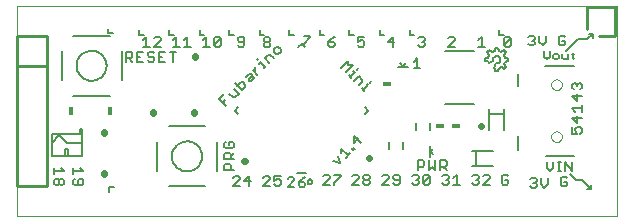
<source format=gto>
G75*
G70*
%OFA0B0*%
%FSLAX24Y24*%
%IPPOS*%
%LPD*%
%AMOC8*
5,1,8,0,0,1.08239X$1,22.5*
%
%ADD10C,0.0000*%
%ADD11C,0.0100*%
%ADD12C,0.0070*%
%ADD13C,0.0060*%
%ADD14C,0.0080*%
%ADD15C,0.0220*%
%ADD16R,0.0300X0.0180*%
%ADD17R,0.0180X0.0300*%
%ADD18C,0.0050*%
D10*
X001050Y000150D02*
X001050Y007150D01*
X021050Y007150D01*
X021050Y000150D01*
X001050Y000150D01*
X018873Y002784D02*
X018875Y002810D01*
X018881Y002836D01*
X018891Y002861D01*
X018904Y002884D01*
X018920Y002904D01*
X018940Y002922D01*
X018962Y002937D01*
X018985Y002949D01*
X019011Y002957D01*
X019037Y002961D01*
X019063Y002961D01*
X019089Y002957D01*
X019115Y002949D01*
X019139Y002937D01*
X019160Y002922D01*
X019180Y002904D01*
X019196Y002884D01*
X019209Y002861D01*
X019219Y002836D01*
X019225Y002810D01*
X019227Y002784D01*
X019225Y002758D01*
X019219Y002732D01*
X019209Y002707D01*
X019196Y002684D01*
X019180Y002664D01*
X019160Y002646D01*
X019138Y002631D01*
X019115Y002619D01*
X019089Y002611D01*
X019063Y002607D01*
X019037Y002607D01*
X019011Y002611D01*
X018985Y002619D01*
X018961Y002631D01*
X018940Y002646D01*
X018920Y002664D01*
X018904Y002684D01*
X018891Y002707D01*
X018881Y002732D01*
X018875Y002758D01*
X018873Y002784D01*
X018873Y004516D02*
X018875Y004542D01*
X018881Y004568D01*
X018891Y004593D01*
X018904Y004616D01*
X018920Y004636D01*
X018940Y004654D01*
X018962Y004669D01*
X018985Y004681D01*
X019011Y004689D01*
X019037Y004693D01*
X019063Y004693D01*
X019089Y004689D01*
X019115Y004681D01*
X019139Y004669D01*
X019160Y004654D01*
X019180Y004636D01*
X019196Y004616D01*
X019209Y004593D01*
X019219Y004568D01*
X019225Y004542D01*
X019227Y004516D01*
X019225Y004490D01*
X019219Y004464D01*
X019209Y004439D01*
X019196Y004416D01*
X019180Y004396D01*
X019160Y004378D01*
X019138Y004363D01*
X019115Y004351D01*
X019089Y004343D01*
X019063Y004339D01*
X019037Y004339D01*
X019011Y004343D01*
X018985Y004351D01*
X018961Y004363D01*
X018940Y004378D01*
X018920Y004396D01*
X018904Y004416D01*
X018891Y004439D01*
X018881Y004464D01*
X018875Y004490D01*
X018873Y004516D01*
D11*
X020470Y006150D02*
X021010Y006150D01*
X021010Y007110D01*
X020070Y007110D01*
X020070Y006390D01*
X002050Y006150D02*
X002050Y005150D01*
X001050Y005150D01*
X001050Y006150D01*
X002050Y006150D01*
X002050Y005150D02*
X002050Y001150D01*
X001050Y001150D01*
X001050Y005150D01*
D12*
X004109Y006226D02*
X004109Y006382D01*
X004109Y006226D02*
X004265Y006226D01*
X005129Y006186D02*
X005129Y006342D01*
X005129Y006186D02*
X005285Y006186D01*
X005375Y006115D02*
X005375Y005785D01*
X005265Y005785D02*
X005485Y005785D01*
X005633Y005785D02*
X005854Y006005D01*
X005854Y006060D01*
X005798Y006115D01*
X005688Y006115D01*
X005633Y006060D01*
X005375Y006115D02*
X005265Y006005D01*
X005633Y005785D02*
X005854Y005785D01*
X006265Y005785D02*
X006485Y005785D01*
X006375Y005785D02*
X006375Y006115D01*
X006265Y006005D01*
X006285Y006186D02*
X006129Y006186D01*
X006129Y006342D01*
X006633Y006005D02*
X006743Y006115D01*
X006743Y005785D01*
X006633Y005785D02*
X006854Y005785D01*
X007265Y005785D02*
X007485Y005785D01*
X007375Y005785D02*
X007375Y006115D01*
X007265Y006005D01*
X007305Y006186D02*
X007149Y006186D01*
X007149Y006342D01*
X007633Y006060D02*
X007688Y006115D01*
X007798Y006115D01*
X007854Y006060D01*
X007633Y005840D01*
X007688Y005785D01*
X007798Y005785D01*
X007854Y005840D01*
X007854Y006060D01*
X007633Y006060D02*
X007633Y005840D01*
X008425Y005840D02*
X008480Y005785D01*
X008590Y005785D01*
X008645Y005840D01*
X008645Y006060D01*
X008590Y006115D01*
X008480Y006115D01*
X008425Y006060D01*
X008425Y006005D01*
X008480Y005950D01*
X008645Y005950D01*
X008285Y006186D02*
X008129Y006186D01*
X008129Y006342D01*
X009149Y006342D02*
X009149Y006186D01*
X009305Y006186D01*
X009340Y006095D02*
X009450Y006095D01*
X009505Y006040D01*
X009505Y005985D01*
X009450Y005930D01*
X009340Y005930D01*
X009285Y005985D01*
X009285Y006040D01*
X009340Y006095D01*
X009340Y005930D02*
X009285Y005875D01*
X009285Y005820D01*
X009340Y005765D01*
X009450Y005765D01*
X009505Y005820D01*
X009505Y005875D01*
X009450Y005930D01*
X009615Y005693D02*
X009693Y005771D01*
X009771Y005771D01*
X009849Y005693D01*
X009849Y005615D01*
X009771Y005537D01*
X009693Y005537D01*
X009615Y005615D01*
X009615Y005693D01*
X009511Y005510D02*
X009627Y005393D01*
X009511Y005510D02*
X009433Y005510D01*
X009316Y005393D01*
X009472Y005238D01*
X009376Y005142D02*
X009298Y005064D01*
X009337Y005103D02*
X009181Y005259D01*
X009142Y005220D01*
X009042Y005120D02*
X009003Y005081D01*
X009003Y004925D01*
X009081Y004847D02*
X008925Y005003D01*
X008860Y004859D02*
X008976Y004742D01*
X008860Y004626D01*
X008782Y004626D01*
X008782Y004703D01*
X008898Y004820D01*
X008860Y004859D02*
X008782Y004859D01*
X008704Y004781D01*
X008599Y004599D02*
X008521Y004599D01*
X008404Y004482D01*
X008327Y004560D02*
X008560Y004326D01*
X008677Y004443D01*
X008677Y004521D01*
X008599Y004599D01*
X008300Y004377D02*
X008455Y004221D01*
X008339Y004105D01*
X008261Y004105D01*
X008144Y004221D01*
X007961Y004195D02*
X007806Y004039D01*
X008039Y003805D01*
X007923Y003922D02*
X008000Y004000D01*
X006268Y005285D02*
X006268Y005615D01*
X006158Y005615D02*
X006378Y005615D01*
X006010Y005615D02*
X005790Y005615D01*
X005790Y005285D01*
X006010Y005285D01*
X005900Y005450D02*
X005790Y005450D01*
X005642Y005395D02*
X005642Y005340D01*
X005587Y005285D01*
X005477Y005285D01*
X005422Y005340D01*
X005477Y005450D02*
X005587Y005450D01*
X005642Y005395D01*
X005477Y005450D02*
X005422Y005505D01*
X005422Y005560D01*
X005477Y005615D01*
X005587Y005615D01*
X005642Y005560D01*
X005274Y005615D02*
X005053Y005615D01*
X005053Y005285D01*
X005274Y005285D01*
X004905Y005285D02*
X004795Y005395D01*
X004850Y005395D02*
X004685Y005395D01*
X004685Y005285D02*
X004685Y005615D01*
X004850Y005615D01*
X004905Y005560D01*
X004905Y005450D01*
X004850Y005395D01*
X005053Y005450D02*
X005163Y005450D01*
X009065Y005376D02*
X009103Y005337D01*
X010625Y005825D02*
X010625Y005880D01*
X010845Y006100D01*
X010845Y006155D01*
X010625Y006155D01*
X010285Y006186D02*
X010129Y006186D01*
X010129Y006342D01*
X011149Y006342D02*
X011149Y006186D01*
X011305Y006186D01*
X011445Y005950D02*
X011555Y006060D01*
X011665Y006115D01*
X011610Y005950D02*
X011445Y005950D01*
X011445Y005840D01*
X011500Y005785D01*
X011610Y005785D01*
X011665Y005840D01*
X011665Y005895D01*
X011610Y005950D01*
X012129Y006186D02*
X012129Y006342D01*
X012129Y006186D02*
X012285Y006186D01*
X012425Y006115D02*
X012425Y005950D01*
X012535Y006005D01*
X012590Y006005D01*
X012645Y005950D01*
X012645Y005840D01*
X012590Y005785D01*
X012480Y005785D01*
X012425Y005840D01*
X012425Y006115D02*
X012645Y006115D01*
X013149Y006186D02*
X013149Y006342D01*
X013149Y006186D02*
X013305Y006186D01*
X013425Y005950D02*
X013590Y006115D01*
X013590Y005785D01*
X013645Y005950D02*
X013425Y005950D01*
X014149Y006186D02*
X014149Y006342D01*
X014149Y006186D02*
X014305Y006186D01*
X014445Y006060D02*
X014500Y006115D01*
X014610Y006115D01*
X014665Y006060D01*
X014665Y006005D01*
X014610Y005950D01*
X014665Y005895D01*
X014665Y005840D01*
X014610Y005785D01*
X014500Y005785D01*
X014445Y005840D01*
X014555Y005950D02*
X014610Y005950D01*
X015445Y006060D02*
X015500Y006115D01*
X015610Y006115D01*
X015665Y006060D01*
X015665Y006005D01*
X015445Y005785D01*
X015665Y005785D01*
X016445Y005785D02*
X016665Y005785D01*
X016555Y005785D02*
X016555Y006115D01*
X016445Y006005D01*
X017129Y006186D02*
X017129Y006342D01*
X017129Y006186D02*
X017285Y006186D01*
X017360Y006115D02*
X017470Y006115D01*
X017525Y006060D01*
X017305Y005840D01*
X017360Y005785D01*
X017470Y005785D01*
X017525Y005840D01*
X017525Y006060D01*
X017360Y006115D02*
X017305Y006060D01*
X017305Y005840D01*
X018105Y005880D02*
X018160Y005825D01*
X018270Y005825D01*
X018325Y005880D01*
X018325Y005935D01*
X018270Y005990D01*
X018215Y005990D01*
X018270Y005990D02*
X018325Y006045D01*
X018325Y006100D01*
X018270Y006155D01*
X018160Y006155D01*
X018105Y006100D01*
X018473Y006155D02*
X018473Y005935D01*
X018583Y005825D01*
X018694Y005935D01*
X018694Y006155D01*
X019125Y006100D02*
X019125Y005880D01*
X019180Y005825D01*
X019290Y005825D01*
X019345Y005880D01*
X019345Y005990D01*
X019235Y005990D01*
X019125Y006100D02*
X019180Y006155D01*
X019290Y006155D01*
X019345Y006100D01*
X019620Y004578D02*
X019675Y004578D01*
X019730Y004523D01*
X019785Y004578D01*
X019840Y004578D01*
X019895Y004523D01*
X019895Y004413D01*
X019840Y004358D01*
X019620Y004358D02*
X019565Y004413D01*
X019565Y004523D01*
X019620Y004578D01*
X019730Y004523D02*
X019730Y004468D01*
X019730Y004210D02*
X019730Y003990D01*
X019565Y004155D01*
X019895Y004155D01*
X019895Y003842D02*
X019895Y003622D01*
X019675Y003622D02*
X019565Y003732D01*
X019895Y003732D01*
X019730Y003474D02*
X019730Y003253D01*
X019565Y003418D01*
X019895Y003418D01*
X019840Y003105D02*
X019895Y003050D01*
X019895Y002940D01*
X019840Y002885D01*
X019730Y002885D02*
X019675Y002995D01*
X019675Y003050D01*
X019730Y003105D01*
X019840Y003105D01*
X019565Y003105D02*
X019565Y002885D01*
X019730Y002885D01*
X019559Y001955D02*
X019559Y001625D01*
X019339Y001955D01*
X019339Y001625D01*
X019203Y001625D02*
X019093Y001625D01*
X019148Y001625D02*
X019148Y001955D01*
X019093Y001955D02*
X019203Y001955D01*
X018945Y001955D02*
X018945Y001735D01*
X018835Y001625D01*
X018725Y001735D01*
X018725Y001955D01*
X017445Y001460D02*
X017390Y001515D01*
X017280Y001515D01*
X017225Y001460D01*
X017225Y001240D01*
X017280Y001185D01*
X017390Y001185D01*
X017445Y001240D01*
X017445Y001350D01*
X017335Y001350D01*
X016834Y001405D02*
X016834Y001460D01*
X016778Y001515D01*
X016668Y001515D01*
X016613Y001460D01*
X016465Y001460D02*
X016465Y001405D01*
X016410Y001350D01*
X016465Y001295D01*
X016465Y001240D01*
X016410Y001185D01*
X016300Y001185D01*
X016245Y001240D01*
X016355Y001350D02*
X016410Y001350D01*
X016465Y001460D02*
X016410Y001515D01*
X016300Y001515D01*
X016245Y001460D01*
X015723Y001515D02*
X015723Y001185D01*
X015613Y001185D02*
X015834Y001185D01*
X015465Y001240D02*
X015410Y001185D01*
X015300Y001185D01*
X015245Y001240D01*
X015410Y001350D02*
X015465Y001295D01*
X015465Y001240D01*
X015410Y001350D02*
X015355Y001350D01*
X015410Y001350D02*
X015465Y001405D01*
X015465Y001460D01*
X015410Y001515D01*
X015300Y001515D01*
X015245Y001460D01*
X015162Y001665D02*
X015162Y001995D01*
X015327Y001995D01*
X015382Y001940D01*
X015382Y001830D01*
X015327Y001775D01*
X015162Y001775D01*
X015272Y001775D02*
X015382Y001665D01*
X015613Y001405D02*
X015723Y001515D01*
X015014Y001665D02*
X014903Y001775D01*
X014793Y001665D01*
X014793Y001995D01*
X014645Y001940D02*
X014645Y001830D01*
X014590Y001775D01*
X014425Y001775D01*
X014425Y001665D02*
X014425Y001995D01*
X014590Y001995D01*
X014645Y001940D01*
X015014Y001995D02*
X015014Y001665D01*
X014834Y001460D02*
X014613Y001240D01*
X014668Y001185D01*
X014778Y001185D01*
X014834Y001240D01*
X014834Y001460D01*
X014778Y001515D01*
X014668Y001515D01*
X014613Y001460D01*
X014613Y001240D01*
X014465Y001240D02*
X014410Y001185D01*
X014300Y001185D01*
X014245Y001240D01*
X014410Y001350D02*
X014465Y001295D01*
X014465Y001240D01*
X014410Y001350D02*
X014355Y001350D01*
X014410Y001350D02*
X014465Y001405D01*
X014465Y001460D01*
X014410Y001515D01*
X014300Y001515D01*
X014245Y001460D01*
X013834Y001460D02*
X013778Y001515D01*
X013668Y001515D01*
X013613Y001460D01*
X013613Y001405D01*
X013668Y001350D01*
X013834Y001350D01*
X013834Y001240D02*
X013778Y001185D01*
X013668Y001185D01*
X013613Y001240D01*
X013465Y001185D02*
X013245Y001185D01*
X013465Y001405D01*
X013465Y001460D01*
X013410Y001515D01*
X013300Y001515D01*
X013245Y001460D01*
X012834Y001460D02*
X012834Y001405D01*
X012778Y001350D01*
X012668Y001350D01*
X012613Y001405D01*
X012613Y001460D01*
X012668Y001515D01*
X012778Y001515D01*
X012834Y001460D01*
X012778Y001350D02*
X012834Y001295D01*
X012834Y001240D01*
X012778Y001185D01*
X012668Y001185D01*
X012613Y001240D01*
X012613Y001295D01*
X012668Y001350D01*
X012465Y001405D02*
X012465Y001460D01*
X012410Y001515D01*
X012300Y001515D01*
X012245Y001460D01*
X012465Y001405D02*
X012245Y001185D01*
X012465Y001185D01*
X011854Y001460D02*
X011633Y001240D01*
X011633Y001185D01*
X011485Y001185D02*
X011265Y001185D01*
X011485Y001405D01*
X011485Y001460D01*
X011430Y001515D01*
X011320Y001515D01*
X011265Y001460D01*
X011633Y001515D02*
X011854Y001515D01*
X011854Y001460D01*
X011836Y001897D02*
X011758Y002131D01*
X011863Y002236D02*
X011863Y002391D01*
X012097Y002158D01*
X012174Y002236D02*
X012019Y002080D01*
X011836Y001897D02*
X011603Y001975D01*
X012240Y002379D02*
X012279Y002418D01*
X012318Y002379D01*
X012279Y002340D01*
X012240Y002379D01*
X012293Y002587D02*
X012448Y002743D01*
X012293Y002821D02*
X012293Y002587D01*
X012526Y002587D02*
X012293Y002821D01*
X013834Y001460D02*
X013834Y001240D01*
X016613Y001185D02*
X016834Y001405D01*
X016834Y001185D02*
X016613Y001185D01*
X018165Y001140D02*
X018220Y001085D01*
X018330Y001085D01*
X018385Y001140D01*
X018385Y001195D01*
X018330Y001250D01*
X018275Y001250D01*
X018330Y001250D02*
X018385Y001305D01*
X018385Y001360D01*
X018330Y001415D01*
X018220Y001415D01*
X018165Y001360D01*
X018533Y001415D02*
X018533Y001195D01*
X018643Y001085D01*
X018754Y001195D01*
X018754Y001415D01*
X019185Y001400D02*
X019185Y001180D01*
X019240Y001125D01*
X019350Y001125D01*
X019405Y001180D01*
X019405Y001290D01*
X019295Y001290D01*
X019185Y001400D02*
X019240Y001455D01*
X019350Y001455D01*
X019405Y001400D01*
X012753Y004509D02*
X012598Y004353D01*
X012559Y004392D02*
X012637Y004314D01*
X012753Y004509D02*
X012715Y004548D01*
X012831Y004587D02*
X012870Y004626D01*
X012571Y004614D02*
X012571Y004691D01*
X012454Y004808D01*
X012298Y004653D01*
X012454Y004497D02*
X012571Y004614D01*
X012203Y004748D02*
X012125Y004826D01*
X012164Y004787D02*
X012319Y004943D01*
X012280Y004982D01*
X012397Y005021D02*
X012436Y005060D01*
X012254Y005164D02*
X012020Y004931D01*
X011864Y005087D02*
X012098Y005320D01*
X012098Y005164D01*
X012254Y005164D01*
X014285Y005065D02*
X014505Y005065D01*
X014395Y005065D02*
X014395Y005395D01*
X014285Y005285D01*
X008295Y002567D02*
X008240Y002622D01*
X008130Y002622D01*
X008130Y002512D01*
X008020Y002622D02*
X007965Y002567D01*
X007965Y002457D01*
X008020Y002402D01*
X008240Y002402D01*
X008295Y002457D01*
X008295Y002567D01*
X008295Y002254D02*
X008185Y002143D01*
X008185Y002198D02*
X008185Y002033D01*
X008295Y002033D02*
X007965Y002033D01*
X007965Y002198D01*
X008020Y002254D01*
X008130Y002254D01*
X008185Y002198D01*
X008130Y001885D02*
X008020Y001885D01*
X007965Y001830D01*
X007965Y001665D01*
X008295Y001665D01*
X008185Y001665D02*
X008185Y001830D01*
X008130Y001885D01*
X008320Y001475D02*
X008265Y001420D01*
X008320Y001475D02*
X008430Y001475D01*
X008485Y001420D01*
X008485Y001365D01*
X008265Y001145D01*
X008485Y001145D01*
X008798Y001145D02*
X008798Y001475D01*
X008633Y001310D01*
X008854Y001310D01*
X009265Y001420D02*
X009320Y001475D01*
X009430Y001475D01*
X009485Y001420D01*
X009485Y001365D01*
X009265Y001145D01*
X009485Y001145D01*
X009633Y001200D02*
X009688Y001145D01*
X009798Y001145D01*
X009854Y001200D01*
X009854Y001310D01*
X009798Y001365D01*
X009743Y001365D01*
X009633Y001310D01*
X009633Y001475D01*
X009854Y001475D01*
X010085Y001380D02*
X010140Y001435D01*
X010250Y001435D01*
X010305Y001380D01*
X010305Y001325D01*
X010085Y001105D01*
X010305Y001105D01*
X010453Y001160D02*
X010508Y001105D01*
X010618Y001105D01*
X010674Y001160D01*
X010674Y001215D01*
X010618Y001270D01*
X010453Y001270D01*
X010453Y001160D01*
X010453Y001270D02*
X010563Y001380D01*
X010674Y001435D01*
X004302Y001111D02*
X004146Y001111D01*
X004146Y000955D01*
X003275Y001222D02*
X003220Y001166D01*
X003000Y001166D01*
X002945Y001222D01*
X002945Y001332D01*
X003000Y001387D01*
X003110Y001332D02*
X003110Y001166D01*
X003275Y001222D02*
X003275Y001332D01*
X003220Y001387D01*
X003165Y001387D01*
X003110Y001332D01*
X002635Y001332D02*
X002635Y001222D01*
X002580Y001166D01*
X002525Y001166D01*
X002470Y001222D01*
X002470Y001332D01*
X002525Y001387D01*
X002580Y001387D01*
X002635Y001332D01*
X002470Y001332D02*
X002415Y001387D01*
X002360Y001387D01*
X002305Y001332D01*
X002305Y001222D01*
X002360Y001166D01*
X002415Y001166D01*
X002470Y001222D01*
X002305Y001535D02*
X002305Y001755D01*
X002525Y001755D02*
X002635Y001645D01*
X002305Y001645D01*
X002945Y001645D02*
X003275Y001645D01*
X003165Y001755D01*
X002945Y001755D02*
X002945Y001535D01*
D13*
X013454Y002372D02*
X013454Y002608D01*
X013926Y002608D02*
X013926Y002372D01*
X014354Y003012D02*
X014354Y003248D01*
X014826Y003248D02*
X014826Y003012D01*
X018640Y005450D02*
X018730Y005360D01*
X018820Y005450D01*
X018820Y005630D01*
X018640Y005630D02*
X018640Y005450D01*
X018944Y005405D02*
X018989Y005360D01*
X019079Y005360D01*
X019124Y005405D01*
X019124Y005495D01*
X019079Y005540D01*
X018989Y005540D01*
X018944Y005495D01*
X018944Y005405D01*
X019248Y005405D02*
X019248Y005540D01*
X019248Y005405D02*
X019293Y005360D01*
X019428Y005360D01*
X019428Y005540D01*
X019552Y005540D02*
X019642Y005540D01*
X019597Y005585D02*
X019597Y005405D01*
X019642Y005360D01*
D14*
X019370Y005650D02*
X019750Y006030D01*
X020070Y006030D01*
X020250Y006210D01*
X020250Y006090D01*
X020250Y006210D02*
X020130Y006210D01*
X017448Y005409D02*
X017448Y005310D01*
X017342Y005289D01*
X017307Y005197D01*
X017363Y005112D01*
X017300Y005048D01*
X017215Y005105D01*
X017123Y005069D01*
X017102Y004963D01*
X017010Y004970D01*
X016995Y005069D01*
X016953Y005084D01*
X017024Y005239D01*
X016939Y005324D02*
X016783Y005253D01*
X016769Y005296D01*
X016670Y005310D01*
X016663Y005402D01*
X016769Y005423D01*
X016805Y005515D01*
X016748Y005600D01*
X016812Y005663D01*
X016904Y005600D01*
X016988Y005642D01*
X017010Y005748D01*
X017109Y005748D01*
X017123Y005635D01*
X017208Y005607D01*
X017307Y005663D01*
X017370Y005600D01*
X017307Y005508D01*
X017335Y005423D01*
X017448Y005409D01*
X017024Y005239D02*
X017045Y005236D01*
X017066Y005235D01*
X017087Y005239D01*
X017107Y005246D01*
X017125Y005257D01*
X017141Y005270D01*
X017155Y005286D01*
X017166Y005305D01*
X017173Y005324D01*
X017177Y005345D01*
X017177Y005366D01*
X017173Y005387D01*
X017166Y005407D01*
X017155Y005425D01*
X017142Y005442D01*
X017125Y005455D01*
X017107Y005466D01*
X017087Y005473D01*
X017066Y005477D01*
X017045Y005477D01*
X017024Y005473D01*
X017005Y005466D01*
X016986Y005455D01*
X016970Y005441D01*
X016957Y005425D01*
X016946Y005407D01*
X016939Y005387D01*
X016935Y005366D01*
X016936Y005345D01*
X016939Y005324D01*
X014111Y005123D02*
X013930Y005123D01*
X013838Y005245D01*
X013749Y005123D02*
X013930Y005123D01*
X013940Y005129D02*
X014016Y005245D01*
X010661Y005766D02*
X010550Y005877D01*
X010439Y005766D01*
X008434Y003761D02*
X008323Y003650D01*
X008434Y003539D01*
X007336Y003130D02*
X006124Y003130D01*
X005730Y002618D02*
X005730Y001642D01*
X006124Y001130D02*
X007336Y001130D01*
X007730Y001630D02*
X007730Y002618D01*
X006230Y002130D02*
X006232Y002174D01*
X006238Y002218D01*
X006248Y002261D01*
X006261Y002303D01*
X006278Y002344D01*
X006299Y002383D01*
X006323Y002420D01*
X006350Y002455D01*
X006380Y002487D01*
X006413Y002517D01*
X006449Y002543D01*
X006486Y002567D01*
X006526Y002586D01*
X006567Y002603D01*
X006610Y002615D01*
X006653Y002624D01*
X006697Y002629D01*
X006741Y002630D01*
X006785Y002627D01*
X006829Y002620D01*
X006872Y002609D01*
X006914Y002595D01*
X006954Y002577D01*
X006993Y002555D01*
X007029Y002531D01*
X007063Y002503D01*
X007095Y002472D01*
X007124Y002438D01*
X007150Y002402D01*
X007172Y002364D01*
X007191Y002324D01*
X007206Y002282D01*
X007218Y002240D01*
X007226Y002196D01*
X007230Y002152D01*
X007230Y002108D01*
X007226Y002064D01*
X007218Y002020D01*
X007206Y001978D01*
X007191Y001936D01*
X007172Y001896D01*
X007150Y001858D01*
X007124Y001822D01*
X007095Y001788D01*
X007063Y001757D01*
X007029Y001729D01*
X006993Y001705D01*
X006954Y001683D01*
X006914Y001665D01*
X006872Y001651D01*
X006829Y001640D01*
X006785Y001633D01*
X006741Y001630D01*
X006697Y001631D01*
X006653Y001636D01*
X006610Y001645D01*
X006567Y001657D01*
X006526Y001674D01*
X006486Y001693D01*
X006449Y001717D01*
X006413Y001743D01*
X006380Y001773D01*
X006350Y001805D01*
X006323Y001840D01*
X006299Y001877D01*
X006278Y001916D01*
X006261Y001957D01*
X006248Y001999D01*
X006238Y002042D01*
X006232Y002086D01*
X006230Y002130D01*
X003230Y002130D02*
X002780Y002130D01*
X002780Y002380D01*
X002680Y002380D01*
X002680Y002180D01*
X002780Y002130D02*
X002230Y002130D01*
X002230Y002580D01*
X002480Y002830D01*
X002730Y002580D01*
X003230Y002580D01*
X003230Y002130D01*
X003230Y002580D02*
X003230Y003030D01*
X003180Y003030D01*
X003180Y002880D01*
X002230Y002880D01*
X002230Y002580D01*
X002944Y004150D02*
X004156Y004150D01*
X004550Y004662D02*
X004550Y005638D01*
X004156Y006150D02*
X002944Y006150D01*
X002550Y005650D02*
X002550Y004662D01*
X003050Y005150D02*
X003052Y005194D01*
X003058Y005238D01*
X003068Y005281D01*
X003081Y005323D01*
X003098Y005364D01*
X003119Y005403D01*
X003143Y005440D01*
X003170Y005475D01*
X003200Y005507D01*
X003233Y005537D01*
X003269Y005563D01*
X003306Y005587D01*
X003346Y005606D01*
X003387Y005623D01*
X003430Y005635D01*
X003473Y005644D01*
X003517Y005649D01*
X003561Y005650D01*
X003605Y005647D01*
X003649Y005640D01*
X003692Y005629D01*
X003734Y005615D01*
X003774Y005597D01*
X003813Y005575D01*
X003849Y005551D01*
X003883Y005523D01*
X003915Y005492D01*
X003944Y005458D01*
X003970Y005422D01*
X003992Y005384D01*
X004011Y005344D01*
X004026Y005302D01*
X004038Y005260D01*
X004046Y005216D01*
X004050Y005172D01*
X004050Y005128D01*
X004046Y005084D01*
X004038Y005040D01*
X004026Y004998D01*
X004011Y004956D01*
X003992Y004916D01*
X003970Y004878D01*
X003944Y004842D01*
X003915Y004808D01*
X003883Y004777D01*
X003849Y004749D01*
X003813Y004725D01*
X003774Y004703D01*
X003734Y004685D01*
X003692Y004671D01*
X003649Y004660D01*
X003605Y004653D01*
X003561Y004650D01*
X003517Y004651D01*
X003473Y004656D01*
X003430Y004665D01*
X003387Y004677D01*
X003346Y004694D01*
X003306Y004713D01*
X003269Y004737D01*
X003233Y004763D01*
X003200Y004793D01*
X003170Y004825D01*
X003143Y004860D01*
X003119Y004897D01*
X003098Y004936D01*
X003081Y004977D01*
X003068Y005019D01*
X003058Y005062D01*
X003052Y005106D01*
X003050Y005150D01*
X012666Y003761D02*
X012777Y003650D01*
X012666Y003539D01*
X014823Y002471D02*
X014823Y002290D01*
X014945Y002382D01*
X014823Y002290D02*
X014823Y002109D01*
X014945Y002204D02*
X014829Y002280D01*
X016216Y002306D02*
X016373Y002306D01*
X016373Y001794D01*
X016924Y001794D01*
X016373Y001794D02*
X016216Y001794D01*
X016373Y002306D02*
X016924Y002306D01*
X016794Y002996D02*
X016794Y003547D01*
X017306Y003547D01*
X017306Y002996D01*
X017306Y003547D02*
X017306Y003704D01*
X016794Y003704D02*
X016794Y003547D01*
X019490Y001530D02*
X019690Y001330D01*
X019890Y001330D01*
X020190Y001030D01*
X020050Y001030D01*
X020190Y001030D02*
X020190Y001170D01*
X010689Y001562D02*
X010411Y001562D01*
D15*
X008659Y001978D02*
X008635Y001978D01*
X012810Y002058D02*
X012810Y002082D01*
X016518Y003150D02*
X016542Y003150D01*
X006950Y003578D02*
X006950Y003602D01*
X005610Y003602D02*
X005610Y003578D01*
X003970Y002942D02*
X003970Y002918D01*
X003970Y001562D02*
X003970Y001538D01*
X006990Y005438D02*
X006990Y005462D01*
D16*
X013410Y004530D03*
X015170Y003150D03*
X015710Y003150D03*
D17*
X004150Y003650D03*
X002870Y003650D03*
D18*
X010750Y001284D02*
X010752Y001301D01*
X010758Y001318D01*
X010767Y001333D01*
X010779Y001345D01*
X010794Y001354D01*
X010811Y001360D01*
X010828Y001362D01*
X010845Y001360D01*
X010862Y001354D01*
X010877Y001345D01*
X010889Y001333D01*
X010898Y001318D01*
X010904Y001301D01*
X010906Y001284D01*
X010904Y001267D01*
X010898Y001250D01*
X010889Y001235D01*
X010877Y001223D01*
X010862Y001214D01*
X010845Y001208D01*
X010828Y001206D01*
X010811Y001208D01*
X010794Y001214D01*
X010779Y001223D01*
X010767Y001235D01*
X010758Y001250D01*
X010752Y001267D01*
X010750Y001284D01*
X017751Y002351D02*
X017751Y002823D01*
X018696Y002154D02*
X019641Y002154D01*
X016290Y003890D02*
X015320Y003890D01*
X017751Y004477D02*
X017751Y004870D01*
X018656Y005146D02*
X019641Y005146D01*
X016290Y005650D02*
X015320Y005650D01*
M02*

</source>
